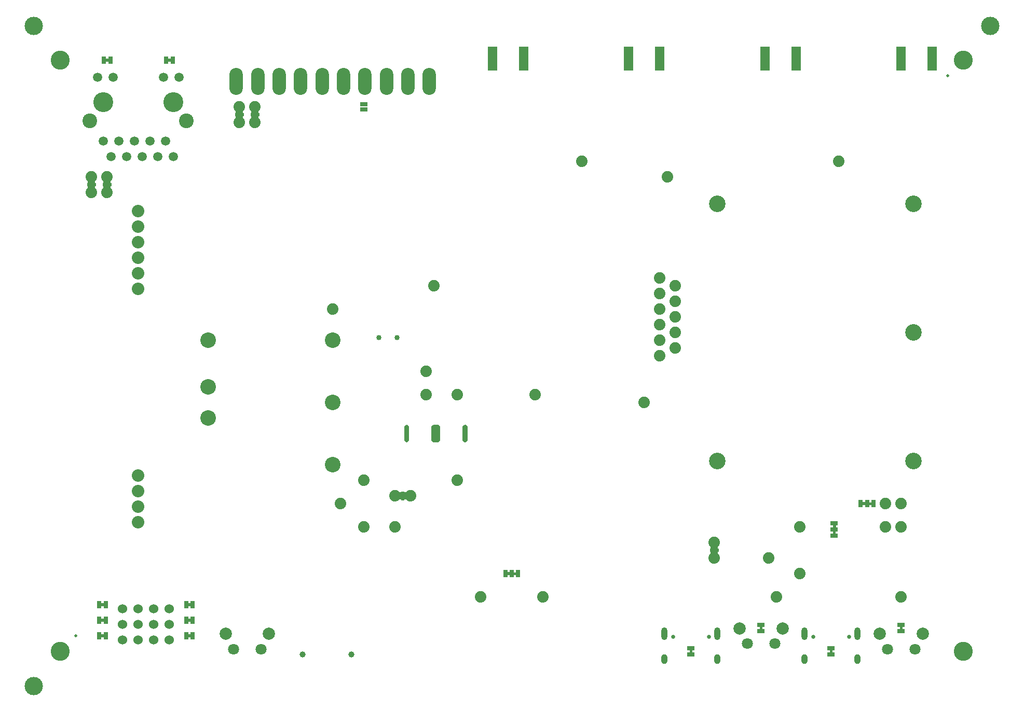
<source format=gbs>
%TF.GenerationSoftware,KiCad,Pcbnew,8.0.7*%
%TF.CreationDate,2025-01-13T16:47:28+00:00*%
%TF.ProjectId,SparkPNT_GNSSDO_Plus_panelized,53706172-6b50-44e5-945f-474e5353444f,rev?*%
%TF.SameCoordinates,Original*%
%TF.FileFunction,Soldermask,Bot*%
%TF.FilePolarity,Negative*%
%FSLAX46Y46*%
G04 Gerber Fmt 4.6, Leading zero omitted, Abs format (unit mm)*
G04 Created by KiCad (PCBNEW 8.0.7) date 2025-01-13 16:47:28*
%MOMM*%
%LPD*%
G01*
G04 APERTURE LIST*
%ADD10C,0.200000*%
%ADD11C,0.000000*%
%ADD12C,1.800000*%
%ADD13C,2.000000*%
%ADD14C,1.879600*%
%ADD15C,3.100000*%
%ADD16R,1.500000X4.000000*%
%ADD17C,2.700000*%
%ADD18O,2.200000X4.400000*%
%ADD19C,2.540000*%
%ADD20C,1.524000*%
%ADD21C,1.000000*%
%ADD22C,0.850000*%
%ADD23C,0.650000*%
%ADD24O,1.000000X1.600000*%
%ADD25O,1.000000X2.100000*%
%ADD26C,3.250000*%
%ADD27C,1.500000*%
%ADD28C,2.400000*%
%ADD29C,2.032000*%
%ADD30R,0.660400X1.270000*%
%ADD31R,0.635000X1.270000*%
%ADD32R,1.270000X0.635000*%
%ADD33R,1.270000X0.660400*%
%ADD34C,0.500000*%
%ADD35C,3.000000*%
G04 APERTURE END LIST*
D10*
X64403000Y39216000D02*
X64403000Y37057000D01*
X64149000Y36803000D01*
X63387000Y36803000D01*
X63133000Y37057000D01*
X63133000Y39216000D01*
X63387000Y39470000D01*
X64149000Y39470000D01*
X64403000Y39216000D01*
G36*
X64403000Y39216000D02*
G01*
X64403000Y37057000D01*
X64149000Y36803000D01*
X63387000Y36803000D01*
X63133000Y37057000D01*
X63133000Y39216000D01*
X63387000Y39470000D01*
X64149000Y39470000D01*
X64403000Y39216000D01*
G37*
X68848000Y39216000D02*
X68848000Y37057000D01*
X68594000Y36803000D01*
X68467000Y36803000D01*
X68213000Y37057000D01*
X68213000Y39216000D01*
X68467000Y39470000D01*
X68594000Y39470000D01*
X68848000Y39216000D01*
G36*
X68848000Y39216000D02*
G01*
X68848000Y37057000D01*
X68594000Y36803000D01*
X68467000Y36803000D01*
X68213000Y37057000D01*
X68213000Y39216000D01*
X68467000Y39470000D01*
X68594000Y39470000D01*
X68848000Y39216000D01*
G37*
X59323000Y39216000D02*
X59323000Y37057000D01*
X59069000Y36803000D01*
X58942000Y36803000D01*
X58688000Y37057000D01*
X58688000Y39216000D01*
X58942000Y39470000D01*
X59069000Y39470000D01*
X59323000Y39216000D01*
G36*
X59323000Y39216000D02*
G01*
X59323000Y37057000D01*
X59069000Y36803000D01*
X58942000Y36803000D01*
X58688000Y37057000D01*
X58688000Y39216000D01*
X58942000Y39470000D01*
X59069000Y39470000D01*
X59323000Y39216000D01*
G37*
D11*
%TO.C,JP13*%
G36*
X10414000Y98819500D02*
G01*
X9906000Y98819500D01*
X9906000Y99300500D01*
X10414000Y99300500D01*
X10414000Y98819500D01*
G37*
%TO.C,JP6*%
G36*
X58674000Y27216100D02*
G01*
X58166000Y27216100D01*
X58166000Y28663900D01*
X58674000Y28663900D01*
X58674000Y27216100D01*
G37*
%TO.C,JP17*%
G36*
X9664700Y7379500D02*
G01*
X9156700Y7379500D01*
X9156700Y7860500D01*
X9664700Y7860500D01*
X9664700Y7379500D01*
G37*
%TO.C,JP16*%
G36*
X9664700Y9919500D02*
G01*
X9156700Y9919500D01*
X9156700Y10400500D01*
X9664700Y10400500D01*
X9664700Y9919500D01*
G37*
%TO.C,JP4*%
G36*
X10883900Y78486000D02*
G01*
X9436100Y78486000D01*
X9436100Y78994000D01*
X10883900Y78994000D01*
X10883900Y78486000D01*
G37*
%TO.C,JP19*%
G36*
X23863300Y9919500D02*
G01*
X23355300Y9919500D01*
X23355300Y10400500D01*
X23863300Y10400500D01*
X23863300Y9919500D01*
G37*
%TO.C,JP20*%
G36*
X23863300Y7379500D02*
G01*
X23355300Y7379500D01*
X23355300Y7860500D01*
X23863300Y7860500D01*
X23863300Y7379500D01*
G37*
%TO.C,JP10*%
G36*
X117080500Y6096000D02*
G01*
X116599500Y6096000D01*
X116599500Y6604000D01*
X117080500Y6604000D01*
X117080500Y6096000D01*
G37*
%TO.C,JP14*%
G36*
X109943900Y18796000D02*
G01*
X108496100Y18796000D01*
X108496100Y19304000D01*
X109943900Y19304000D01*
X109943900Y18796000D01*
G37*
%TO.C,JP5*%
G36*
X8343900Y78486000D02*
G01*
X6896100Y78486000D01*
X6896100Y78994000D01*
X8343900Y78994000D01*
X8343900Y78486000D01*
G37*
%TO.C,JP18*%
G36*
X9664700Y4839500D02*
G01*
X9156700Y4839500D01*
X9156700Y5320500D01*
X9664700Y5320500D01*
X9664700Y4839500D01*
G37*
%TO.C,I2C.1*%
G36*
X75907900Y14999500D02*
G01*
X75399900Y14999500D01*
X75399900Y15480500D01*
X75907900Y15480500D01*
X75907900Y14999500D01*
G37*
G36*
X76940600Y14976500D02*
G01*
X76432600Y14976500D01*
X76432600Y15457500D01*
X76940600Y15457500D01*
X76940600Y14976500D01*
G37*
%TO.C,JP21*%
G36*
X23863300Y4839500D02*
G01*
X23355300Y4839500D01*
X23355300Y5320500D01*
X23863300Y5320500D01*
X23863300Y4839500D01*
G37*
%TO.C,JP9*%
G36*
X128510500Y2286000D02*
G01*
X128029500Y2286000D01*
X128029500Y2794000D01*
X128510500Y2794000D01*
X128510500Y2286000D01*
G37*
%TO.C,JP12*%
G36*
X20574000Y98819500D02*
G01*
X20066000Y98819500D01*
X20066000Y99300500D01*
X20574000Y99300500D01*
X20574000Y98819500D01*
G37*
%TO.C,I2C_5V.1*%
G36*
X133859800Y26429500D02*
G01*
X133351800Y26429500D01*
X133351800Y26910500D01*
X133859800Y26910500D01*
X133859800Y26429500D01*
G37*
G36*
X134892500Y26406500D02*
G01*
X134384500Y26406500D01*
X134384500Y26887500D01*
X134892500Y26887500D01*
X134892500Y26406500D01*
G37*
%TO.C,I2C.2*%
G36*
X129018500Y21678900D02*
G01*
X128537500Y21678900D01*
X128537500Y22186900D01*
X129018500Y22186900D01*
X129018500Y21678900D01*
G37*
G36*
X129041500Y22711600D02*
G01*
X128560500Y22711600D01*
X128560500Y23219600D01*
X129041500Y23219600D01*
X129041500Y22711600D01*
G37*
%TO.C,JP11*%
G36*
X139940500Y6096000D02*
G01*
X139459500Y6096000D01*
X139459500Y6604000D01*
X139940500Y6604000D01*
X139940500Y6096000D01*
G37*
%TO.C,JP3*%
G36*
X35013900Y89916000D02*
G01*
X33566100Y89916000D01*
X33566100Y90424000D01*
X35013900Y90424000D01*
X35013900Y89916000D01*
G37*
%TO.C,JP2*%
G36*
X32473900Y89916000D02*
G01*
X31026100Y89916000D01*
X31026100Y90424000D01*
X32473900Y90424000D01*
X32473900Y89916000D01*
G37*
%TO.C,JP8*%
G36*
X105650500Y2286000D02*
G01*
X105169500Y2286000D01*
X105169500Y2794000D01*
X105650500Y2794000D01*
X105650500Y2286000D01*
G37*
%TD*%
D12*
%TO.C,SW2*%
X137450000Y2921000D03*
X141950000Y2921000D03*
D13*
X136200000Y5421000D03*
X143200000Y5421000D03*
%TD*%
D14*
%TO.C,TP11*%
X100330000Y55880000D03*
%TD*%
%TO.C,TP41*%
X63500000Y62230000D03*
%TD*%
%TO.C,TP22*%
X87630000Y82550000D03*
%TD*%
%TO.C,TP21*%
X67310000Y30480000D03*
%TD*%
%TO.C,TP18*%
X102870000Y59690000D03*
%TD*%
%TO.C,TP2*%
X52070000Y30480000D03*
%TD*%
D15*
%TO.C,ST3*%
X149860000Y2540000D03*
%TD*%
D14*
%TO.C,TP25*%
X71120000Y11430000D03*
%TD*%
%TO.C,TP9*%
X57150000Y22860000D03*
%TD*%
%TO.C,TP6*%
X100330000Y63500000D03*
%TD*%
D16*
%TO.C,J1*%
X73025000Y99314000D03*
X78105000Y99314000D03*
%TD*%
%TO.C,J3*%
X139700000Y99314000D03*
X144780000Y99314000D03*
%TD*%
D14*
%TO.C,TP3*%
X48260000Y26670000D03*
%TD*%
%TO.C,TP5*%
X67310000Y44450000D03*
%TD*%
%TO.C,TP14*%
X102870000Y52070000D03*
%TD*%
D17*
%TO.C,U13*%
X141730000Y75610000D03*
X141730000Y54610000D03*
X141730000Y33610000D03*
X109730000Y33610000D03*
X109730000Y75610000D03*
%TD*%
D18*
%TO.C,J9*%
X62740000Y95625000D03*
X59240000Y95625000D03*
X55740000Y95625000D03*
X52240000Y95625000D03*
X48740000Y95625000D03*
X45240000Y95625000D03*
X41740000Y95625000D03*
X38240000Y95625000D03*
X34740000Y95625000D03*
X31240000Y95625000D03*
%TD*%
D14*
%TO.C,TP26*%
X81280000Y11430000D03*
%TD*%
D15*
%TO.C,ST4*%
X2540000Y2540000D03*
%TD*%
D19*
%TO.C,U6*%
X26670000Y40640000D03*
X26670000Y45720000D03*
X26670000Y53340000D03*
X46990000Y53340000D03*
X46990000Y43180000D03*
X46990000Y33020000D03*
%TD*%
D14*
%TO.C,TP13*%
X102870000Y54610000D03*
%TD*%
D16*
%TO.C,J10*%
X95250000Y99314000D03*
X100330000Y99314000D03*
%TD*%
D15*
%TO.C,ST1*%
X149860000Y99060000D03*
%TD*%
D14*
%TO.C,TP37*%
X119380000Y11430000D03*
%TD*%
D20*
%TO.C,D12*%
X17780000Y9525000D03*
X17780000Y6985000D03*
X17780000Y4445000D03*
X20320000Y9525000D03*
X20320000Y6985000D03*
X20320000Y4445000D03*
%TD*%
D14*
%TO.C,TP43*%
X97790000Y43180000D03*
%TD*%
D21*
%TO.C,J6*%
X42040000Y2032000D03*
X50040000Y2032000D03*
%TD*%
D14*
%TO.C,TP7*%
X62230000Y44450000D03*
%TD*%
%TO.C,TP24*%
X80010000Y44450000D03*
%TD*%
D22*
%TO.C,SW4*%
X54463500Y53795500D03*
X57463500Y53795500D03*
%TD*%
D14*
%TO.C,TP33*%
X129540000Y82550000D03*
%TD*%
D15*
%TO.C,ST2*%
X2540000Y99060000D03*
%TD*%
D14*
%TO.C,TP27*%
X137160000Y26670000D03*
%TD*%
D23*
%TO.C,J4*%
X125380000Y4905000D03*
X131160000Y4905000D03*
D24*
X123952000Y1255000D03*
D25*
X123952000Y5435000D03*
X132588000Y5435000D03*
D24*
X132588000Y1255000D03*
%TD*%
D23*
%TO.C,J2*%
X102520000Y4905000D03*
X108300000Y4905000D03*
D24*
X101092000Y1255000D03*
D25*
X101092000Y5435000D03*
X109728000Y5435000D03*
D24*
X109728000Y1255000D03*
%TD*%
D14*
%TO.C,TP15*%
X102870000Y57150000D03*
%TD*%
D16*
%TO.C,J8*%
X117475000Y99314000D03*
X122555000Y99314000D03*
%TD*%
D14*
%TO.C,TP35*%
X137160000Y22860000D03*
%TD*%
D20*
%TO.C,D11*%
X12700000Y9525000D03*
X12700000Y6985000D03*
X12700000Y4445000D03*
X15240000Y9525000D03*
X15240000Y6985000D03*
X15240000Y4445000D03*
%TD*%
D14*
%TO.C,TP34*%
X139700000Y22860000D03*
%TD*%
D12*
%TO.C,SW1*%
X114590000Y3810000D03*
X119090000Y3810000D03*
D13*
X113340000Y6310000D03*
X120340000Y6310000D03*
%TD*%
D14*
%TO.C,TP29*%
X101600000Y80010000D03*
%TD*%
%TO.C,TP40*%
X62230000Y48260000D03*
%TD*%
D26*
%TO.C,J5*%
X20955000Y92202000D03*
X9525000Y92202000D03*
D27*
X20955000Y83312000D03*
X19685000Y85852000D03*
X18415000Y83312000D03*
X17145000Y85852000D03*
X15875000Y83312000D03*
X14605000Y85852000D03*
X13335000Y83312000D03*
X12065000Y85852000D03*
X10795000Y83312000D03*
X9525000Y85852000D03*
X21870000Y96262000D03*
X19330000Y96262000D03*
X11150000Y96262000D03*
X8610000Y96262000D03*
D28*
X23115000Y89152000D03*
X7365000Y89152000D03*
%TD*%
D14*
%TO.C,TP10*%
X100330000Y53340000D03*
%TD*%
%TO.C,TP28*%
X139700000Y26670000D03*
%TD*%
%TO.C,TP16*%
X100330000Y58420000D03*
%TD*%
%TO.C,TP4*%
X118110000Y17780000D03*
%TD*%
%TO.C,TP19*%
X102870000Y62230000D03*
%TD*%
%TO.C,TP38*%
X123190000Y22860000D03*
%TD*%
%TO.C,TP17*%
X100330000Y60960000D03*
%TD*%
%TO.C,TP36*%
X139700000Y11430000D03*
%TD*%
D29*
%TO.C,U7*%
X15240000Y74460000D03*
X15240000Y71920000D03*
X15240000Y69380000D03*
X15240000Y66840000D03*
X15240000Y64300000D03*
X15240000Y61760000D03*
X15240000Y31280000D03*
X15240000Y28740000D03*
X15240000Y26200000D03*
X15240000Y23660000D03*
%TD*%
D12*
%TO.C,SW3*%
X30770000Y2921000D03*
X35270000Y2921000D03*
D13*
X29520000Y5421000D03*
X36520000Y5421000D03*
%TD*%
D14*
%TO.C,TP12*%
X100330000Y50800000D03*
%TD*%
%TO.C,TP39*%
X123190000Y15240000D03*
%TD*%
%TO.C,TP8*%
X52070000Y22860000D03*
%TD*%
%TO.C,TP23*%
X46990000Y58420000D03*
%TD*%
D30*
%TO.C,JP13*%
X9639300Y99060000D03*
X10680700Y99060000D03*
%TD*%
D14*
%TO.C,JP6*%
X57150000Y27940000D03*
D31*
X57912000Y27940000D03*
X58928000Y27940000D03*
D14*
X59690000Y27940000D03*
%TD*%
D30*
%TO.C,JP17*%
X8890000Y7620000D03*
X9931400Y7620000D03*
%TD*%
%TO.C,JP16*%
X8890000Y10160000D03*
X9931400Y10160000D03*
%TD*%
D14*
%TO.C,JP4*%
X10160000Y80010000D03*
D32*
X10160000Y79248000D03*
X10160000Y78232000D03*
D14*
X10160000Y77470000D03*
%TD*%
D30*
%TO.C,JP19*%
X24130000Y10160000D03*
X23088600Y10160000D03*
%TD*%
%TO.C,JP20*%
X24130000Y7620000D03*
X23088600Y7620000D03*
%TD*%
D33*
%TO.C,JP10*%
X116840000Y5829300D03*
X116840000Y6870700D03*
%TD*%
D14*
%TO.C,JP14*%
X109220000Y17780000D03*
D32*
X109220000Y18542000D03*
X109220000Y19558000D03*
D14*
X109220000Y20320000D03*
%TD*%
%TO.C,JP5*%
X7620000Y80010000D03*
D32*
X7620000Y79248000D03*
X7620000Y78232000D03*
D14*
X7620000Y77470000D03*
%TD*%
D34*
%TO.C,FID2*%
X5080000Y5080000D03*
%TD*%
D35*
%TO.C,*%
X154237500Y104680000D03*
%TD*%
D34*
%TO.C,FID1*%
X147320000Y96520000D03*
%TD*%
D30*
%TO.C,JP18*%
X8890000Y5080000D03*
X9931400Y5080000D03*
%TD*%
%TO.C,I2C.1*%
X75133200Y15240000D03*
X76174600Y15240000D03*
X77216000Y15240000D03*
%TD*%
%TO.C,JP21*%
X24130000Y5080000D03*
X23088600Y5080000D03*
%TD*%
D33*
%TO.C,JP9*%
X128270000Y3060700D03*
X128270000Y2019300D03*
%TD*%
D35*
%TO.C,*%
X-1837500Y-3080000D03*
%TD*%
D30*
%TO.C,JP12*%
X19799300Y99060000D03*
X20840700Y99060000D03*
%TD*%
%TO.C,I2C_5V.1*%
X133085100Y26670000D03*
X134126500Y26670000D03*
X135167900Y26670000D03*
%TD*%
D33*
%TO.C,I2C.2*%
X128778000Y21412200D03*
X128778000Y22453600D03*
X128778000Y23495000D03*
%TD*%
D32*
%TO.C,JP15*%
X52070000Y91871800D03*
X52070000Y91059000D03*
%TD*%
D35*
%TO.C,*%
X-1837500Y104680000D03*
%TD*%
D33*
%TO.C,JP11*%
X139700000Y5829300D03*
X139700000Y6870700D03*
%TD*%
D14*
%TO.C,JP3*%
X34290000Y91440000D03*
D32*
X34290000Y90678000D03*
X34290000Y89662000D03*
D14*
X34290000Y88900000D03*
%TD*%
%TO.C,JP2*%
X31750000Y91440000D03*
D32*
X31750000Y90678000D03*
X31750000Y89662000D03*
D14*
X31750000Y88900000D03*
%TD*%
D33*
%TO.C,JP8*%
X105410000Y3060700D03*
X105410000Y2019300D03*
%TD*%
M02*

</source>
